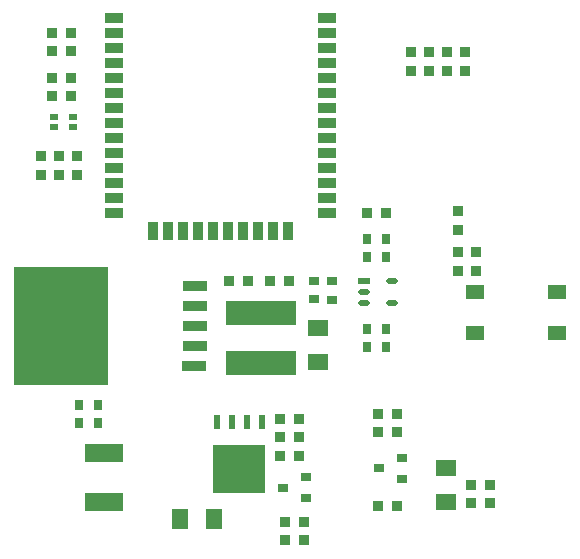
<source format=gtp>
G04*
G04 #@! TF.GenerationSoftware,Altium Limited,Altium Designer,21.6.4 (81)*
G04*
G04 Layer_Color=8421504*
%FSLAX25Y25*%
%MOIN*%
G70*
G04*
G04 #@! TF.SameCoordinates,7C905695-A8D0-471C-AD1A-FFB52B7834A9*
G04*
G04*
G04 #@! TF.FilePolarity,Positive*
G04*
G01*
G75*
%ADD17R,0.03543X0.03799*%
%ADD18R,0.06102X0.05118*%
%ADD19R,0.03150X0.02165*%
%ADD20R,0.03799X0.03543*%
%ADD21R,0.02756X0.03543*%
%ADD22R,0.03937X0.01968*%
%ADD23O,0.03937X0.01968*%
%ADD24R,0.03543X0.02756*%
%ADD25R,0.05276X0.07087*%
%ADD26R,0.12598X0.05906*%
%ADD27R,0.07087X0.05276*%
%ADD28R,0.03543X0.03150*%
%ADD29R,0.05906X0.03543*%
%ADD30R,0.03543X0.05906*%
%ADD31R,0.17362X0.16142*%
%ADD32R,0.02362X0.05118*%
%ADD33R,0.23622X0.07874*%
%ADD34R,0.07874X0.03543*%
%ADD35R,0.31496X0.39370*%
D17*
X62500Y4650D02*
D03*
Y-1650D02*
D03*
X-70500Y30350D02*
D03*
Y36650D02*
D03*
X-76500Y30350D02*
D03*
Y36650D02*
D03*
X-82500Y30350D02*
D03*
Y36650D02*
D03*
X56500Y18150D02*
D03*
Y11850D02*
D03*
Y4650D02*
D03*
Y-1650D02*
D03*
X59000Y64850D02*
D03*
Y71150D02*
D03*
X53000D02*
D03*
Y64850D02*
D03*
X47000Y71150D02*
D03*
Y64850D02*
D03*
X41000D02*
D03*
Y71150D02*
D03*
D18*
X62319Y-22390D02*
D03*
X89681Y-8610D02*
D03*
Y-22390D02*
D03*
X62319Y-8610D02*
D03*
D19*
X-71850Y46228D02*
D03*
Y49772D02*
D03*
X-78150D02*
D03*
Y46228D02*
D03*
D20*
X-78650Y56500D02*
D03*
X-72350D02*
D03*
X32650Y17500D02*
D03*
X26350D02*
D03*
X150Y-5000D02*
D03*
X-6150D02*
D03*
X-13350D02*
D03*
X-19650D02*
D03*
X3650Y-51000D02*
D03*
X-2650D02*
D03*
Y-57000D02*
D03*
X3650D02*
D03*
X-2650Y-63287D02*
D03*
X3650D02*
D03*
X-1150Y-85500D02*
D03*
X5150D02*
D03*
X-1150Y-91500D02*
D03*
X5150D02*
D03*
X-72350Y77500D02*
D03*
X-78650D02*
D03*
X-72350Y71500D02*
D03*
X-78650D02*
D03*
X-72350Y62500D02*
D03*
X-78650D02*
D03*
X29850Y-80000D02*
D03*
X36150D02*
D03*
Y-55500D02*
D03*
X29850D02*
D03*
X36150Y-49500D02*
D03*
X29850D02*
D03*
X60850Y-73000D02*
D03*
X67150D02*
D03*
X60850Y-79000D02*
D03*
X67150D02*
D03*
D21*
X32610Y9000D02*
D03*
X26390D02*
D03*
X32610Y3000D02*
D03*
X26390D02*
D03*
X32610Y-21000D02*
D03*
X26390D02*
D03*
X32610Y-27000D02*
D03*
X26390D02*
D03*
X-63390Y-46500D02*
D03*
X-69610D02*
D03*
X-63390Y-52500D02*
D03*
X-69610D02*
D03*
D22*
X25248Y-5000D02*
D03*
D23*
Y-8740D02*
D03*
Y-12480D02*
D03*
X34500Y-5000D02*
D03*
Y-12480D02*
D03*
D24*
X14500Y-5000D02*
D03*
Y-11220D02*
D03*
X8500Y-4890D02*
D03*
Y-11110D02*
D03*
D25*
X-24870Y-84500D02*
D03*
X-36130D02*
D03*
D26*
X-61500Y-62232D02*
D03*
Y-78768D02*
D03*
D27*
X10000Y-20870D02*
D03*
Y-32130D02*
D03*
X52500Y-67370D02*
D03*
Y-78630D02*
D03*
D28*
X5937Y-77543D02*
D03*
Y-70457D02*
D03*
X-1937Y-74000D02*
D03*
X30126Y-67543D02*
D03*
X38000Y-64000D02*
D03*
Y-71087D02*
D03*
D29*
X12827Y82500D02*
D03*
Y77500D02*
D03*
Y72500D02*
D03*
Y67500D02*
D03*
Y62500D02*
D03*
Y57500D02*
D03*
Y52500D02*
D03*
Y47500D02*
D03*
Y42500D02*
D03*
Y37500D02*
D03*
Y32500D02*
D03*
Y27500D02*
D03*
Y22500D02*
D03*
Y17500D02*
D03*
D03*
X-58000D02*
D03*
Y82500D02*
D03*
D03*
Y22500D02*
D03*
Y27500D02*
D03*
Y32500D02*
D03*
Y37500D02*
D03*
Y42500D02*
D03*
Y47500D02*
D03*
Y52500D02*
D03*
Y57500D02*
D03*
Y62500D02*
D03*
Y67500D02*
D03*
Y72500D02*
D03*
Y77500D02*
D03*
D30*
X-87Y11594D02*
D03*
X-5087D02*
D03*
X-10087D02*
D03*
X-15087D02*
D03*
X-20087D02*
D03*
X-25087D02*
D03*
X-30087D02*
D03*
X-35087D02*
D03*
X-40087D02*
D03*
X-45087D02*
D03*
D03*
D31*
X-16300Y-67600D02*
D03*
D32*
X-8800Y-51900D02*
D03*
X-13800D02*
D03*
X-18800D02*
D03*
X-23800D02*
D03*
D33*
X-9000Y-32268D02*
D03*
Y-15732D02*
D03*
D34*
X-31260Y-6713D02*
D03*
Y-13406D02*
D03*
Y-20098D02*
D03*
Y-26791D02*
D03*
X-31457Y-33386D02*
D03*
D35*
X-75748Y-20000D02*
D03*
M02*

</source>
